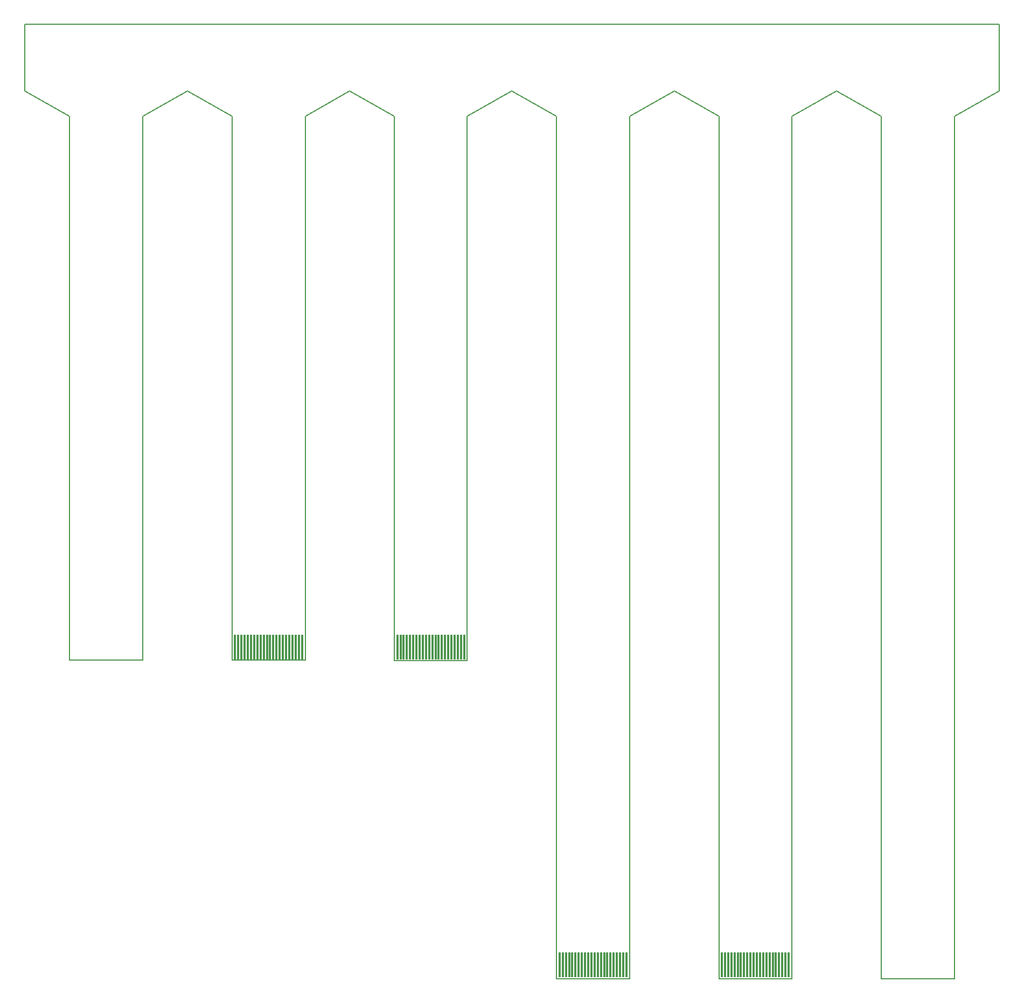
<source format=gbr>
%TF.GenerationSoftware,KiCad,Pcbnew,5.1.5+dfsg1-2~bpo10+1*%
%TF.CreationDate,2020-08-19T00:00:04+02:00*%
%TF.ProjectId,antmicro-alvium-flex-csi-adapter,616e746d-6963-4726-9f2d-616c7669756d,1.0.1*%
%TF.SameCoordinates,Original*%
%TF.FileFunction,Paste,Bot*%
%TF.FilePolarity,Positive*%
%FSLAX46Y46*%
G04 Gerber Fmt 4.6, Leading zero omitted, Abs format (unit mm)*
G04 Created by KiCad (PCBNEW 5.1.5+dfsg1-2~bpo10+1) date 2020-08-19 00:00:04 commit e5c3baf*
%MOMM*%
%LPD*%
G04 APERTURE LIST*
%ADD10C,0.150000*%
%ADD11R,0.300000X4.000000*%
G04 APERTURE END LIST*
D10*
X285016000Y-214846000D02*
X296516000Y-214846000D01*
X303536000Y-64736000D02*
X303536000Y-75260000D01*
X278009000Y-75260000D02*
X285016000Y-79260000D01*
X296516000Y-79260000D02*
X303536000Y-75260000D01*
X285016000Y-214846000D02*
X285016000Y-79260000D01*
X296516000Y-214846000D02*
X296516000Y-79260000D01*
X168952000Y-79250000D02*
X175929000Y-75250000D01*
X150402000Y-64736000D02*
X150402000Y-75250000D01*
X157452000Y-164786000D02*
X168952000Y-164786000D01*
X157452000Y-164786000D02*
X157452000Y-79250000D01*
X168952000Y-164786000D02*
X168952000Y-79250000D01*
X150402000Y-75250000D02*
X157452000Y-79250000D01*
X233949000Y-214846000D02*
X233949000Y-79260000D01*
X252469000Y-75260000D02*
X259489000Y-79260000D01*
X270989000Y-214846000D02*
X270989000Y-79260000D01*
X259489000Y-214846000D02*
X270989000Y-214846000D01*
X259489000Y-214846000D02*
X259489000Y-79260000D01*
X270989000Y-79260000D02*
X278009000Y-75260000D01*
X226949000Y-75250000D02*
X233949000Y-79260000D01*
X233949000Y-214846000D02*
X245449000Y-214846000D01*
X245449000Y-214846000D02*
X245449000Y-79260000D01*
X245449000Y-79260000D02*
X252469000Y-75260000D01*
X208429000Y-79250000D02*
X201429000Y-75250000D01*
X219929000Y-79250000D02*
X226949000Y-75250000D01*
X208429000Y-164836000D02*
X208429000Y-79250000D01*
X219929000Y-164836000D02*
X219929000Y-79250000D01*
X208429000Y-164836000D02*
X219929000Y-164836000D01*
X194479000Y-79250000D02*
X201429000Y-75250000D01*
X175929000Y-75250000D02*
X182979000Y-79250000D01*
X194479000Y-164786000D02*
X194479000Y-79250000D01*
X182979000Y-164786000D02*
X182979000Y-79250000D01*
X182979000Y-164786000D02*
X194479000Y-164786000D01*
X150402000Y-64736000D02*
X303536000Y-64736000D01*
D11*
X270450000Y-212700000D03*
X269950000Y-212700000D03*
X269450000Y-212700000D03*
X268950000Y-212700000D03*
X268450000Y-212700000D03*
X267950000Y-212700000D03*
X267450000Y-212700000D03*
X266950000Y-212700000D03*
X266450000Y-212700000D03*
X265950000Y-212700000D03*
X265450000Y-212700000D03*
X264950000Y-212700000D03*
X264450000Y-212700000D03*
X263950000Y-212700000D03*
X263450000Y-212700000D03*
X262950000Y-212700000D03*
X262450000Y-212700000D03*
X261950000Y-212700000D03*
X261450000Y-212700000D03*
X260950000Y-212700000D03*
X260450000Y-212700000D03*
X259950000Y-212700000D03*
X244950000Y-212700000D03*
X244450000Y-212700000D03*
X243950000Y-212700000D03*
X243450000Y-212700000D03*
X242950000Y-212700000D03*
X242450000Y-212700000D03*
X241950000Y-212700000D03*
X241450000Y-212700000D03*
X240950000Y-212700000D03*
X240450000Y-212700000D03*
X239950000Y-212700000D03*
X239450000Y-212700000D03*
X238950000Y-212700000D03*
X238450000Y-212700000D03*
X237950000Y-212700000D03*
X237450000Y-212700000D03*
X236950000Y-212700000D03*
X236450000Y-212700000D03*
X235950000Y-212700000D03*
X235450000Y-212700000D03*
X234950000Y-212700000D03*
X234450000Y-212700000D03*
X219450000Y-162700000D03*
X218950000Y-162700000D03*
X218450000Y-162700000D03*
X217950000Y-162700000D03*
X217450000Y-162700000D03*
X216950000Y-162700000D03*
X216450000Y-162700000D03*
X215950000Y-162700000D03*
X215450000Y-162700000D03*
X214950000Y-162700000D03*
X214450000Y-162700000D03*
X213950000Y-162700000D03*
X213450000Y-162700000D03*
X212950000Y-162700000D03*
X212450000Y-162700000D03*
X211950000Y-162700000D03*
X211450000Y-162700000D03*
X210950000Y-162700000D03*
X210450000Y-162700000D03*
X209950000Y-162700000D03*
X209450000Y-162700000D03*
X208950000Y-162700000D03*
X193950000Y-162700000D03*
X193450000Y-162700000D03*
X192950000Y-162700000D03*
X192450000Y-162700000D03*
X191950000Y-162700000D03*
X191450000Y-162700000D03*
X190950000Y-162700000D03*
X190450000Y-162700000D03*
X189950000Y-162700000D03*
X189450000Y-162700000D03*
X188950000Y-162700000D03*
X188450000Y-162700000D03*
X187950000Y-162700000D03*
X187450000Y-162700000D03*
X186950000Y-162700000D03*
X186450000Y-162700000D03*
X185950000Y-162700000D03*
X185450000Y-162700000D03*
X184950000Y-162700000D03*
X184450000Y-162700000D03*
X183950000Y-162700000D03*
X183450000Y-162700000D03*
M02*

</source>
